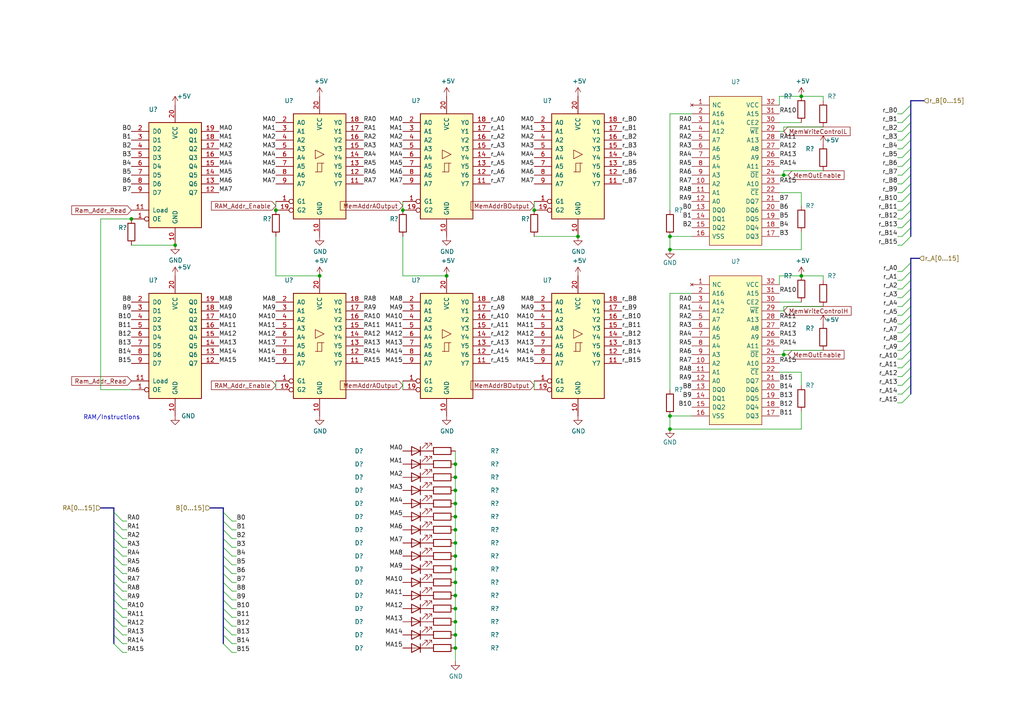
<source format=kicad_sch>
(kicad_sch (version 20211123) (generator eeschema)
  (paper "A4")
  (lib_symbols
    (symbol "74xx:74LS541" (pin_names (offset 1.016))
      (property "Reference" "U" (at -7.62 16.51 0))
      (property "Value" "74LS541" (at -7.62 -16.51 0))
      (symbol "74LS541_1_0"
        (polyline (pts (xy -0.635 -1.6002) (xy -0.635 0.9398) (xy 0.635 0.9398)))
        (polyline (pts (xy -1.27 -1.6002) (xy 0.635 -1.6002) (xy 0.635 0.9398) (xy 1.27 0.9398)))
        (polyline (pts (xy 1.27 3.4798) (xy -1.27 4.7498) (xy -1.27 2.2098) (xy 1.27 3.4798)) (stroke (width 0.1524)))
        (pin input inverted (at -12.7 -10.16 0) (length 5.08) (name "G1") (number "1"))
        (pin power_in line (at 0 -20.32 90) (length 5.08) (name "GND") (number "10"))
        (pin tri_state line (at 12.7 -5.08 180) (length 5.08) (name "Y7") (number "11"))
        (pin tri_state line (at 12.7 -2.54 180) (length 5.08) (name "Y6") (number "12"))
        (pin tri_state line (at 12.7 0 180) (length 5.08) (name "Y5") (number "13"))
        (pin tri_state line (at 12.7 2.54 180) (length 5.08) (name "Y4") (number "14"))
        (pin tri_state line (at 12.7 5.08 180) (length 5.08) (name "Y3") (number "15"))
        (pin tri_state line (at 12.7 7.62 180) (length 5.08) (name "Y2") (number "16"))
        (pin tri_state line (at 12.7 10.16 180) (length 5.08) (name "Y1") (number "17"))
        (pin tri_state line (at 12.7 12.7 180) (length 5.08) (name "Y0") (number "18"))
        (pin input inverted (at -12.7 -12.7 0) (length 5.08) (name "G2") (number "19"))
        (pin input line (at -12.7 12.7 0) (length 5.08) (name "A0") (number "2"))
        (pin power_in line (at 0 20.32 270) (length 5.08) (name "VCC") (number "20"))
        (pin input line (at -12.7 10.16 0) (length 5.08) (name "A1") (number "3"))
        (pin input line (at -12.7 7.62 0) (length 5.08) (name "A2") (number "4"))
        (pin input line (at -12.7 5.08 0) (length 5.08) (name "A3") (number "5"))
        (pin input line (at -12.7 2.54 0) (length 5.08) (name "A4") (number "6"))
        (pin input line (at -12.7 0 0) (length 5.08) (name "A5") (number "7"))
        (pin input line (at -12.7 -2.54 0) (length 5.08) (name "A6") (number "8"))
        (pin input line (at -12.7 -5.08 0) (length 5.08) (name "A7") (number "9"))
      )
      (symbol "74LS541_1_1"
        (rectangle (start -7.62 15.24) (end 7.62 -15.24) (stroke (width 0.254)) (fill (type background)))
      )
    )
    (symbol "Device:LED" (pin_numbers hide) (pin_names (offset 1.016) hide)
      (property "Reference" "D" (at 0 2.54 0))
      (property "Value" "LED" (at 0 -2.54 0))
      (symbol "LED_0_1"
        (polyline (pts (xy -1.27 -1.27) (xy -1.27 1.27)) (stroke (width 0.254)))
        (polyline (pts (xy -1.27 0) (xy 1.27 0)))
        (polyline (pts (xy 1.27 -1.27) (xy 1.27 1.27) (xy -1.27 0) (xy 1.27 -1.27)) (stroke (width 0.254)))
        (polyline (pts (xy -3.048 -0.762) (xy -4.572 -2.286) (xy -3.81 -2.286) (xy -4.572 -2.286) (xy -4.572 -1.524)))
        (polyline (pts (xy -1.778 -0.762) (xy -3.302 -2.286) (xy -2.54 -2.286) (xy -3.302 -2.286) (xy -3.302 -1.524)))
      )
      (symbol "LED_1_1"
        (pin passive line (at -3.81 0 0) (length 2.54) (name "K") (number "1"))
        (pin passive line (at 3.81 0 180) (length 2.54) (name "A") (number "2"))
      )
    )
    (symbol "Device:R" (pin_numbers hide) (pin_names (offset 0))
      (property "Reference" "R" (at 2.032 0 90))
      (property "Value" "R" (at 0 0 90))
      (symbol "R_0_1"
        (rectangle (start -1.016 -2.54) (end 1.016 2.54) (stroke (width 0.254)))
      )
      (symbol "R_1_1"
        (pin passive line (at 0 3.81 270) (length 1.27) (name "~") (number "1"))
        (pin passive line (at 0 -3.81 90) (length 1.27) (name "~") (number "2"))
      )
    )
    (symbol "MAX7000CPU-Gen2_5-rescue:+5V-power-MAX7000CPU-Gen2-rescue" (power) (pin_names (offset 0))
      (property "Value" "+5V-power-MAX7000CPU-Gen2-rescue" (at 0 3.556 0))
      (symbol "+5V-power-MAX7000CPU-Gen2-rescue_0_1"
        (polyline (pts (xy -0.762 1.27) (xy 0 2.54)))
        (polyline (pts (xy 0 0) (xy 0 2.54)))
        (polyline (pts (xy 0 2.54) (xy 0.762 1.27)))
      )
      (symbol "+5V-power-MAX7000CPU-Gen2-rescue_1_1"
        (pin power_in line (at 0 0 90) (length 0) hide (name "+5V") (number "1"))
      )
    )
    (symbol "MAX7000CPU-Gen2_5-rescue:74LS573-74xx-MAX7000CPU-Gen2-rescue" (pin_names (offset 1.016))
      (property "Reference" "U" (at -7.62 16.51 0))
      (property "Value" "74LS573-74xx-MAX7000CPU-Gen2-rescue" (at -7.62 -16.51 0))
      (symbol "74LS573-74xx-MAX7000CPU-Gen2-rescue_1_0"
        (pin input inverted (at -12.7 -12.7 0) (length 5.08) (name "OE") (number "1"))
        (pin power_in line (at 0 -20.32 90) (length 5.08) (name "GND") (number "10"))
        (pin input line (at -12.7 -10.16 0) (length 5.08) (name "Load") (number "11"))
        (pin tri_state line (at 12.7 -5.08 180) (length 5.08) (name "Q7") (number "12"))
        (pin tri_state line (at 12.7 -2.54 180) (length 5.08) (name "Q6") (number "13"))
        (pin tri_state line (at 12.7 0 180) (length 5.08) (name "Q5") (number "14"))
        (pin tri_state line (at 12.7 2.54 180) (length 5.08) (name "Q4") (number "15"))
        (pin tri_state line (at 12.7 5.08 180) (length 5.08) (name "Q3") (number "16"))
        (pin tri_state line (at 12.7 7.62 180) (length 5.08) (name "Q2") (number "17"))
        (pin tri_state line (at 12.7 10.16 180) (length 5.08) (name "Q1") (number "18"))
        (pin tri_state line (at 12.7 12.7 180) (length 5.08) (name "Q0") (number "19"))
        (pin input line (at -12.7 12.7 0) (length 5.08) (name "D0") (number "2"))
        (pin power_in line (at 0 20.32 270) (length 5.08) (name "VCC") (number "20"))
        (pin input line (at -12.7 10.16 0) (length 5.08) (name "D1") (number "3"))
        (pin input line (at -12.7 7.62 0) (length 5.08) (name "D2") (number "4"))
        (pin input line (at -12.7 5.08 0) (length 5.08) (name "D3") (number "5"))
        (pin input line (at -12.7 2.54 0) (length 5.08) (name "D4") (number "6"))
        (pin input line (at -12.7 0 0) (length 5.08) (name "D5") (number "7"))
        (pin input line (at -12.7 -2.54 0) (length 5.08) (name "D6") (number "8"))
        (pin input line (at -12.7 -5.08 0) (length 5.08) (name "D7") (number "9"))
      )
      (symbol "74LS573-74xx-MAX7000CPU-Gen2-rescue_1_1"
        (rectangle (start -7.62 15.24) (end 7.62 -15.24) (stroke (width 0.254)) (fill (type background)))
      )
    )
    (symbol "MAX7000CPU-Gen2_5-rescue:AS6C1008-55PCN-CPU_ics" (pin_names (offset 0.762))
      (property "Reference" "U" (at 6.35 6.35 0))
      (property "Value" "AS6C1008-55PCN-CPU_ics" (at 6.35 3.81 0))
      (symbol "AS6C1008-55PCN-CPU_ics_0_0"
        (pin no_connect line (at 0 0 0) (length 5.08) (name "NC") (number "1"))
        (pin passive line (at 0 -22.86 0) (length 5.08) (name "A2") (number "10"))
        (pin passive line (at 0 -25.4 0) (length 5.08) (name "A1") (number "11"))
        (pin passive line (at 0 -27.94 0) (length 5.08) (name "A0") (number "12"))
        (pin passive line (at 0 -30.48 0) (length 5.08) (name "DQ0") (number "13"))
        (pin passive line (at 0 -33.02 0) (length 5.08) (name "DQ1") (number "14"))
        (pin passive line (at 0 -35.56 0) (length 5.08) (name "DQ2") (number "15"))
        (pin passive line (at 0 -38.1 0) (length 5.08) (name "VSS") (number "16"))
        (pin passive line (at 25.4 -38.1 180) (length 5.08) (name "DQ3") (number "17"))
        (pin passive line (at 25.4 -35.56 180) (length 5.08) (name "DQ4") (number "18"))
        (pin passive line (at 25.4 -33.02 180) (length 5.08) (name "DQ5") (number "19"))
        (pin passive line (at 0 -2.54 0) (length 5.08) (name "A16") (number "2"))
        (pin passive line (at 25.4 -30.48 180) (length 5.08) (name "DQ6") (number "20"))
        (pin passive line (at 25.4 -27.94 180) (length 5.08) (name "DQ7") (number "21"))
        (pin passive line (at 25.4 -25.4 180) (length 5.08) (name "~{CE}") (number "22"))
        (pin passive line (at 25.4 -22.86 180) (length 5.08) (name "A10") (number "23"))
        (pin passive line (at 25.4 -20.32 180) (length 5.08) (name "~{OE}") (number "24"))
        (pin passive line (at 25.4 -17.78 180) (length 5.08) (name "A11") (number "25"))
        (pin passive line (at 25.4 -15.24 180) (length 5.08) (name "A9") (number "26"))
        (pin passive line (at 25.4 -12.7 180) (length 5.08) (name "A8") (number "27"))
        (pin passive line (at 25.4 -10.16 180) (length 5.08) (name "A13") (number "28"))
        (pin passive line (at 25.4 -7.62 180) (length 5.08) (name "~{WE}") (number "29"))
        (pin passive line (at 0 -5.08 0) (length 5.08) (name "A14") (number "3"))
        (pin passive line (at 25.4 -5.08 180) (length 5.08) (name "CE2") (number "30"))
        (pin passive line (at 25.4 -2.54 180) (length 5.08) (name "A15") (number "31"))
        (pin passive line (at 25.4 0 180) (length 5.08) (name "VCC") (number "32"))
        (pin passive line (at 0 -7.62 0) (length 5.08) (name "A12") (number "4"))
        (pin passive line (at 0 -10.16 0) (length 5.08) (name "A7") (number "5"))
        (pin passive line (at 0 -12.7 0) (length 5.08) (name "A6") (number "6"))
        (pin passive line (at 0 -15.24 0) (length 5.08) (name "A5") (number "7"))
        (pin passive line (at 0 -17.78 0) (length 5.08) (name "A4") (number "8"))
        (pin passive line (at 0 -20.32 0) (length 5.08) (name "A3") (number "9"))
      )
      (symbol "AS6C1008-55PCN-CPU_ics_0_1"
        (polyline (pts (xy 5.08 2.54) (xy 20.32 2.54) (xy 20.32 -40.64) (xy 5.08 -40.64) (xy 5.08 2.54)) (stroke (width 0.1524)) (fill (type background)))
      )
    )
    (symbol "MAX7000CPU-Gen2_5-rescue:GND-power-MAX7000CPU-Gen2-rescue" (power) (pin_names (offset 0))
      (property "Value" "GND-power-MAX7000CPU-Gen2-rescue" (at 0 -3.81 0))
      (symbol "GND-power-MAX7000CPU-Gen2-rescue_0_1"
        (polyline (pts (xy 0 0) (xy 0 -1.27) (xy 1.27 -1.27) (xy 0 -2.54) (xy -1.27 -1.27) (xy 0 -1.27)))
      )
      (symbol "GND-power-MAX7000CPU-Gen2-rescue_1_1"
        (pin power_in line (at 0 0 270) (length 0) hide (name "GND") (number "1"))
      )
    )
    (symbol "MAX7000CPU-Gen2_5-rescue:R-Device-MAX7000CPU-Gen2-rescue" (pin_numbers hide) (pin_names (offset 0))
      (property "Reference" "R" (at 2.032 0 90))
      (property "Value" "R-Device-MAX7000CPU-Gen2-rescue" (at 0 0 90))
      (symbol "R-Device-MAX7000CPU-Gen2-rescue_0_1"
        (rectangle (start -1.016 -2.54) (end 1.016 2.54) (stroke (width 0.254)))
      )
      (symbol "R-Device-MAX7000CPU-Gen2-rescue_1_1"
        (pin passive line (at 0 3.81 270) (length 1.27) (name "~") (number "1"))
        (pin passive line (at 0 -3.81 90) (length 1.27) (name "~") (number "2"))
      )
    )
    (symbol "power:+5V" (power) (pin_names (offset 0))
      (property "Value" "+5V" (at 0 3.556 0))
      (symbol "+5V_0_1"
        (polyline (pts (xy -0.762 1.27) (xy 0 2.54)))
        (polyline (pts (xy 0 0) (xy 0 2.54)))
        (polyline (pts (xy 0 2.54) (xy 0.762 1.27)))
      )
      (symbol "+5V_1_1"
        (pin power_in line (at 0 0 90) (length 0) hide (name "+5V") (number "1"))
      )
    )
    (symbol "power:GND" (power) (pin_names (offset 0))
      (property "Value" "GND" (at 0 -3.81 0))
      (symbol "GND_0_1"
        (polyline (pts (xy 0 0) (xy 0 -1.27) (xy 1.27 -1.27) (xy 0 -2.54) (xy -1.27 -1.27) (xy 0 -1.27)))
      )
      (symbol "GND_1_1"
        (pin power_in line (at 0 0 270) (length 0) hide (name "GND") (number "1"))
      )
    )
  )
  (junction (at 132.08 149.86))
  (junction (at 92.71 80.01))
  (junction (at 132.08 184.15))
  (junction (at 227.33 102.87))
  (junction (at 132.08 176.53))
  (junction (at 132.08 172.72))
  (junction (at 132.08 146.05))
  (junction (at 132.08 142.24))
  (junction (at 132.08 168.91))
  (junction (at 129.54 80.01))
  (junction (at 132.08 180.34))
  (junction (at 50.8 71.12))
  (junction (at 194.31 68.58))
  (junction (at 227.33 50.8))
  (junction (at 132.08 157.48))
  (junction (at 116.84 60.96))
  (junction (at 132.08 153.67))
  (junction (at 167.64 68.58))
  (junction (at 232.41 27.94))
  (junction (at 154.94 60.96))
  (junction (at 232.41 80.01))
  (junction (at 132.08 161.29))
  (junction (at 132.08 187.96))
  (junction (at 194.31 124.46))
  (junction (at 132.08 138.43))
  (junction (at 194.31 72.39))
  (junction (at 80.01 60.96))
  (junction (at 194.31 120.65))
  (junction (at 132.08 165.1))
  (junction (at 38.1 63.5))
  (junction (at 132.08 134.62))
  (bus_entry (at 264.16 78.74) (size -2.54 2.54))
  (bus_entry (at 264.16 99.06) (size -2.54 2.54))
  (bus_entry (at 64.77 163.83) (size 2.54 2.54))
  (bus_entry (at 264.16 60.96) (size -2.54 2.54))
  (bus_entry (at 64.77 158.75) (size 2.54 2.54))
  (bus_entry (at 264.16 66.04) (size -2.54 2.54))
  (bus_entry (at 264.16 96.52) (size -2.54 2.54))
  (bus_entry (at 264.16 45.72) (size -2.54 2.54))
  (bus_entry (at 64.77 184.15) (size 2.54 2.54))
  (bus_entry (at 264.16 33.02) (size -2.54 2.54))
  (bus_entry (at 264.16 81.28) (size -2.54 2.54))
  (bus_entry (at 264.16 68.58) (size -2.54 2.54))
  (bus_entry (at 33.02 176.53) (size 2.54 2.54))
  (bus_entry (at 33.02 179.07) (size 2.54 2.54))
  (bus_entry (at 64.77 186.69) (size 2.54 2.54))
  (bus_entry (at 33.02 171.45) (size 2.54 2.54))
  (bus_entry (at 64.77 161.29) (size 2.54 2.54))
  (bus_entry (at 33.02 153.67) (size 2.54 2.54))
  (bus_entry (at 64.77 166.37) (size 2.54 2.54))
  (bus_entry (at 33.02 173.99) (size 2.54 2.54))
  (bus_entry (at 33.02 168.91) (size 2.54 2.54))
  (bus_entry (at 264.16 109.22) (size -2.54 2.54))
  (bus_entry (at 264.16 76.2) (size -2.54 2.54))
  (bus_entry (at 33.02 184.15) (size 2.54 2.54))
  (bus_entry (at 264.16 35.56) (size -2.54 2.54))
  (bus_entry (at 33.02 163.83) (size 2.54 2.54))
  (bus_entry (at 264.16 106.68) (size -2.54 2.54))
  (bus_entry (at 264.16 48.26) (size -2.54 2.54))
  (bus_entry (at 264.16 86.36) (size -2.54 2.54))
  (bus_entry (at 64.77 173.99) (size 2.54 2.54))
  (bus_entry (at 264.16 114.3) (size -2.54 2.54))
  (bus_entry (at 264.16 104.14) (size -2.54 2.54))
  (bus_entry (at 264.16 93.98) (size -2.54 2.54))
  (bus_entry (at 64.77 179.07) (size 2.54 2.54))
  (bus_entry (at 33.02 151.13) (size 2.54 2.54))
  (bus_entry (at 264.16 111.76) (size -2.54 2.54))
  (bus_entry (at 33.02 156.21) (size 2.54 2.54))
  (bus_entry (at 64.77 171.45) (size 2.54 2.54))
  (bus_entry (at 64.77 176.53) (size 2.54 2.54))
  (bus_entry (at 64.77 148.59) (size 2.54 2.54))
  (bus_entry (at 64.77 156.21) (size 2.54 2.54))
  (bus_entry (at 264.16 43.18) (size -2.54 2.54))
  (bus_entry (at 33.02 186.69) (size 2.54 2.54))
  (bus_entry (at 264.16 55.88) (size -2.54 2.54))
  (bus_entry (at 264.16 30.48) (size -2.54 2.54))
  (bus_entry (at 264.16 101.6) (size -2.54 2.54))
  (bus_entry (at 64.77 153.67) (size 2.54 2.54))
  (bus_entry (at 33.02 161.29) (size 2.54 2.54))
  (bus_entry (at 264.16 88.9) (size -2.54 2.54))
  (bus_entry (at 264.16 83.82) (size -2.54 2.54))
  (bus_entry (at 264.16 91.44) (size -2.54 2.54))
  (bus_entry (at 264.16 40.64) (size -2.54 2.54))
  (bus_entry (at 264.16 38.1) (size -2.54 2.54))
  (bus_entry (at 264.16 53.34) (size -2.54 2.54))
  (bus_entry (at 264.16 63.5) (size -2.54 2.54))
  (bus_entry (at 33.02 158.75) (size 2.54 2.54))
  (bus_entry (at 264.16 58.42) (size -2.54 2.54))
  (bus_entry (at 33.02 148.59) (size 2.54 2.54))
  (bus_entry (at 33.02 181.61) (size 2.54 2.54))
  (bus_entry (at 64.77 168.91) (size 2.54 2.54))
  (bus_entry (at 33.02 166.37) (size 2.54 2.54))
  (bus_entry (at 64.77 181.61) (size 2.54 2.54))
  (bus_entry (at 264.16 50.8) (size -2.54 2.54))
  (bus_entry (at 64.77 151.13) (size 2.54 2.54))
  (bus (pts (xy 264.16 63.5) (xy 264.16 66.04)))
  (bus (pts (xy 264.16 30.48) (xy 264.16 33.02)))
  (wire (pts (xy 29.21 113.03) (xy 38.1 113.03)))
  (wire (pts (xy 132.08 172.72) (xy 132.08 176.53)))
  (wire (pts (xy 35.56 171.45) (xy 36.83 171.45)))
  (wire (pts (xy 132.08 161.29) (xy 132.08 165.1)))
  (wire (pts (xy 38.1 63.5) (xy 29.21 63.5)))
  (wire (pts (xy 200.66 120.65) (xy 194.31 120.65)))
  (wire (pts (xy 232.41 72.39) (xy 194.31 72.39)))
  (bus (pts (xy 33.02 153.67) (xy 33.02 156.21)))
  (wire (pts (xy 154.94 110.49) (xy 154.94 113.03)))
  (wire (pts (xy 261.62 83.82) (xy 260.35 83.82)))
  (wire (pts (xy 194.31 72.39) (xy 194.31 68.58)))
  (wire (pts (xy 227.33 101.6) (xy 238.76 101.6)))
  (wire (pts (xy 35.56 168.91) (xy 36.83 168.91)))
  (wire (pts (xy 232.41 107.95) (xy 226.06 107.95)))
  (wire (pts (xy 67.31 171.45) (xy 68.58 171.45)))
  (wire (pts (xy 67.31 156.21) (xy 68.58 156.21)))
  (wire (pts (xy 226.06 87.63) (xy 232.41 87.63)))
  (bus (pts (xy 60.96 147.32) (xy 64.77 147.32)))
  (wire (pts (xy 132.08 168.91) (xy 132.08 172.72)))
  (wire (pts (xy 226.06 82.55) (xy 226.06 80.01)))
  (wire (pts (xy 67.31 176.53) (xy 68.58 176.53)))
  (bus (pts (xy 64.77 181.61) (xy 64.77 184.15)))
  (wire (pts (xy 132.08 153.67) (xy 132.08 157.48)))
  (bus (pts (xy 33.02 171.45) (xy 33.02 173.99)))
  (wire (pts (xy 35.56 163.83) (xy 36.83 163.83)))
  (wire (pts (xy 238.76 29.21) (xy 238.76 27.94)))
  (bus (pts (xy 64.77 148.59) (xy 64.77 151.13)))
  (wire (pts (xy 261.62 68.58) (xy 260.35 68.58)))
  (bus (pts (xy 264.16 78.74) (xy 264.16 81.28)))
  (wire (pts (xy 80.01 68.58) (xy 80.01 80.01)))
  (wire (pts (xy 261.62 109.22) (xy 260.35 109.22)))
  (bus (pts (xy 264.16 29.21) (xy 264.16 30.48)))
  (wire (pts (xy 38.1 71.12) (xy 50.8 71.12)))
  (bus (pts (xy 264.16 88.9) (xy 264.16 91.44)))
  (wire (pts (xy 80.01 58.42) (xy 80.01 60.96)))
  (wire (pts (xy 35.56 153.67) (xy 36.83 153.67)))
  (wire (pts (xy 116.84 110.49) (xy 116.84 113.03)))
  (bus (pts (xy 29.21 147.32) (xy 33.02 147.32)))
  (bus (pts (xy 264.16 74.93) (xy 266.7 74.93)))
  (wire (pts (xy 35.56 184.15) (xy 36.83 184.15)))
  (wire (pts (xy 132.08 146.05) (xy 132.08 149.86)))
  (wire (pts (xy 227.33 50.8) (xy 228.6 50.8)))
  (wire (pts (xy 35.56 181.61) (xy 36.83 181.61)))
  (wire (pts (xy 261.62 114.3) (xy 260.35 114.3)))
  (wire (pts (xy 261.62 38.1) (xy 260.35 38.1)))
  (wire (pts (xy 35.56 189.23) (xy 36.83 189.23)))
  (wire (pts (xy 132.08 176.53) (xy 132.08 180.34)))
  (bus (pts (xy 264.16 101.6) (xy 264.16 104.14)))
  (bus (pts (xy 64.77 163.83) (xy 64.77 166.37)))
  (wire (pts (xy 226.06 38.1) (xy 227.33 38.1)))
  (wire (pts (xy 261.62 33.02) (xy 260.35 33.02)))
  (bus (pts (xy 64.77 166.37) (xy 64.77 168.91)))
  (wire (pts (xy 226.06 35.56) (xy 232.41 35.56)))
  (bus (pts (xy 33.02 184.15) (xy 33.02 186.69)))
  (wire (pts (xy 67.31 173.99) (xy 68.58 173.99)))
  (wire (pts (xy 80.01 110.49) (xy 80.01 113.03)))
  (wire (pts (xy 35.56 161.29) (xy 36.83 161.29)))
  (bus (pts (xy 64.77 179.07) (xy 64.77 181.61)))
  (wire (pts (xy 261.62 104.14) (xy 260.35 104.14)))
  (bus (pts (xy 64.77 153.67) (xy 64.77 156.21)))
  (wire (pts (xy 261.62 86.36) (xy 260.35 86.36)))
  (wire (pts (xy 238.76 80.01) (xy 232.41 80.01)))
  (wire (pts (xy 226.06 90.17) (xy 227.33 90.17)))
  (wire (pts (xy 132.08 165.1) (xy 132.08 168.91)))
  (bus (pts (xy 33.02 151.13) (xy 33.02 153.67)))
  (wire (pts (xy 261.62 43.18) (xy 260.35 43.18)))
  (bus (pts (xy 64.77 156.21) (xy 64.77 158.75)))
  (wire (pts (xy 67.31 179.07) (xy 68.58 179.07)))
  (wire (pts (xy 261.62 111.76) (xy 260.35 111.76)))
  (wire (pts (xy 227.33 38.1) (xy 227.33 36.83)))
  (wire (pts (xy 261.62 40.64) (xy 260.35 40.64)))
  (wire (pts (xy 35.56 186.69) (xy 36.83 186.69)))
  (bus (pts (xy 264.16 109.22) (xy 264.16 111.76)))
  (bus (pts (xy 264.16 96.52) (xy 264.16 99.06)))
  (wire (pts (xy 232.41 119.38) (xy 232.41 124.46)))
  (wire (pts (xy 226.06 30.48) (xy 226.06 27.94)))
  (wire (pts (xy 132.08 184.15) (xy 132.08 187.96)))
  (wire (pts (xy 227.33 102.87) (xy 227.33 101.6)))
  (bus (pts (xy 264.16 99.06) (xy 264.16 101.6)))
  (wire (pts (xy 261.62 106.68) (xy 260.35 106.68)))
  (bus (pts (xy 64.77 158.75) (xy 64.77 161.29)))
  (bus (pts (xy 33.02 163.83) (xy 33.02 166.37)))
  (wire (pts (xy 261.62 78.74) (xy 260.35 78.74)))
  (bus (pts (xy 33.02 179.07) (xy 33.02 181.61)))
  (wire (pts (xy 261.62 50.8) (xy 260.35 50.8)))
  (bus (pts (xy 64.77 147.32) (xy 64.77 148.59)))
  (wire (pts (xy 232.41 55.88) (xy 232.41 59.69)))
  (bus (pts (xy 33.02 148.59) (xy 33.02 151.13)))
  (wire (pts (xy 261.62 45.72) (xy 260.35 45.72)))
  (wire (pts (xy 67.31 158.75) (xy 68.58 158.75)))
  (bus (pts (xy 264.16 104.14) (xy 264.16 106.68)))
  (bus (pts (xy 64.77 161.29) (xy 64.77 163.83)))
  (wire (pts (xy 226.06 50.8) (xy 227.33 50.8)))
  (wire (pts (xy 261.62 116.84) (xy 260.35 116.84)))
  (bus (pts (xy 267.97 29.21) (xy 264.16 29.21)))
  (bus (pts (xy 64.77 176.53) (xy 64.77 179.07)))
  (wire (pts (xy 232.41 67.31) (xy 232.41 72.39)))
  (wire (pts (xy 35.56 173.99) (xy 36.83 173.99)))
  (wire (pts (xy 116.84 80.01) (xy 129.54 80.01)))
  (bus (pts (xy 264.16 111.76) (xy 264.16 114.3)))
  (wire (pts (xy 67.31 151.13) (xy 68.58 151.13)))
  (wire (pts (xy 132.08 157.48) (xy 132.08 161.29)))
  (wire (pts (xy 194.31 85.09) (xy 194.31 113.03)))
  (wire (pts (xy 116.84 68.58) (xy 116.84 80.01)))
  (bus (pts (xy 264.16 66.04) (xy 264.16 68.58)))
  (wire (pts (xy 227.33 88.9) (xy 238.76 88.9)))
  (wire (pts (xy 67.31 168.91) (xy 68.58 168.91)))
  (bus (pts (xy 264.16 45.72) (xy 264.16 48.26)))
  (bus (pts (xy 264.16 58.42) (xy 264.16 60.96)))
  (wire (pts (xy 238.76 27.94) (xy 232.41 27.94)))
  (wire (pts (xy 227.33 36.83) (xy 238.76 36.83)))
  (bus (pts (xy 264.16 93.98) (xy 264.16 96.52)))
  (wire (pts (xy 67.31 181.61) (xy 68.58 181.61)))
  (bus (pts (xy 33.02 173.99) (xy 33.02 176.53)))
  (wire (pts (xy 232.41 55.88) (xy 226.06 55.88)))
  (bus (pts (xy 264.16 86.36) (xy 264.16 88.9)))
  (wire (pts (xy 154.94 68.58) (xy 167.64 68.58)))
  (bus (pts (xy 264.16 55.88) (xy 264.16 58.42)))
  (wire (pts (xy 67.31 161.29) (xy 68.58 161.29)))
  (bus (pts (xy 264.16 60.96) (xy 264.16 63.5)))
  (bus (pts (xy 64.77 173.99) (xy 64.77 176.53)))
  (wire (pts (xy 261.62 81.28) (xy 260.35 81.28)))
  (wire (pts (xy 227.33 50.8) (xy 227.33 49.53)))
  (bus (pts (xy 33.02 166.37) (xy 33.02 168.91)))
  (wire (pts (xy 261.62 35.56) (xy 260.35 35.56)))
  (wire (pts (xy 116.84 58.42) (xy 116.84 60.96)))
  (wire (pts (xy 67.31 166.37) (xy 68.58 166.37)))
  (wire (pts (xy 261.62 91.44) (xy 260.35 91.44)))
  (bus (pts (xy 33.02 176.53) (xy 33.02 179.07)))
  (wire (pts (xy 132.08 134.62) (xy 132.08 138.43)))
  (wire (pts (xy 227.33 90.17) (xy 227.33 88.9)))
  (bus (pts (xy 264.16 83.82) (xy 264.16 86.36)))
  (wire (pts (xy 261.62 63.5) (xy 260.35 63.5)))
  (wire (pts (xy 80.01 80.01) (xy 92.71 80.01)))
  (bus (pts (xy 264.16 43.18) (xy 264.16 45.72)))
  (bus (pts (xy 33.02 156.21) (xy 33.02 158.75)))
  (wire (pts (xy 261.62 99.06) (xy 260.35 99.06)))
  (bus (pts (xy 264.16 81.28) (xy 264.16 83.82)))
  (wire (pts (xy 261.62 66.04) (xy 260.35 66.04)))
  (bus (pts (xy 264.16 53.34) (xy 264.16 55.88)))
  (wire (pts (xy 194.31 33.02) (xy 200.66 33.02)))
  (bus (pts (xy 264.16 76.2) (xy 264.16 78.74)))
  (bus (pts (xy 33.02 158.75) (xy 33.02 161.29)))
  (wire (pts (xy 67.31 189.23) (xy 68.58 189.23)))
  (wire (pts (xy 194.31 33.02) (xy 194.31 60.96)))
  (wire (pts (xy 232.41 107.95) (xy 232.41 111.76)))
  (wire (pts (xy 238.76 81.28) (xy 238.76 80.01)))
  (bus (pts (xy 64.77 184.15) (xy 64.77 186.69)))
  (wire (pts (xy 226.06 102.87) (xy 227.33 102.87)))
  (wire (pts (xy 227.33 49.53) (xy 238.76 49.53)))
  (wire (pts (xy 132.08 187.96) (xy 132.08 191.77)))
  (wire (pts (xy 35.56 158.75) (xy 36.83 158.75)))
  (bus (pts (xy 264.16 106.68) (xy 264.16 109.22)))
  (wire (pts (xy 226.06 80.01) (xy 232.41 80.01)))
  (bus (pts (xy 33.02 161.29) (xy 33.02 163.83)))
  (wire (pts (xy 132.08 180.34) (xy 132.08 184.15)))
  (wire (pts (xy 67.31 184.15) (xy 68.58 184.15)))
  (wire (pts (xy 67.31 153.67) (xy 68.58 153.67)))
  (wire (pts (xy 261.62 55.88) (xy 260.35 55.88)))
  (wire (pts (xy 29.21 63.5) (xy 29.21 113.03)))
  (wire (pts (xy 261.62 101.6) (xy 260.35 101.6)))
  (wire (pts (xy 227.33 102.87) (xy 228.6 102.87)))
  (wire (pts (xy 261.62 58.42) (xy 260.35 58.42)))
  (wire (pts (xy 261.62 53.34) (xy 260.35 53.34)))
  (wire (pts (xy 261.62 96.52) (xy 260.35 96.52)))
  (wire (pts (xy 232.41 124.46) (xy 194.31 124.46)))
  (bus (pts (xy 33.02 181.61) (xy 33.02 184.15)))
  (wire (pts (xy 67.31 186.69) (xy 68.58 186.69)))
  (wire (pts (xy 226.06 27.94) (xy 232.41 27.94)))
  (wire (pts (xy 35.56 156.21) (xy 36.83 156.21)))
  (bus (pts (xy 264.16 48.26) (xy 264.16 50.8)))
  (bus (pts (xy 264.16 74.93) (xy 264.16 76.2)))
  (bus (pts (xy 264.16 35.56) (xy 264.16 38.1)))
  (wire (pts (xy 132.08 138.43) (xy 132.08 142.24)))
  (wire (pts (xy 261.62 48.26) (xy 260.35 48.26)))
  (wire (pts (xy 132.08 142.24) (xy 132.08 146.05)))
  (bus (pts (xy 33.02 147.32) (xy 33.02 148.59)))
  (wire (pts (xy 200.66 68.58) (xy 194.31 68.58)))
  (bus (pts (xy 64.77 171.45) (xy 64.77 173.99)))
  (bus (pts (xy 64.77 168.91) (xy 64.77 171.45)))
  (wire (pts (xy 132.08 149.86) (xy 132.08 153.67)))
  (wire (pts (xy 132.08 130.81) (xy 132.08 134.62)))
  (wire (pts (xy 35.56 166.37) (xy 36.83 166.37)))
  (wire (pts (xy 194.31 124.46) (xy 194.31 120.65)))
  (wire (pts (xy 35.56 176.53) (xy 36.83 176.53)))
  (bus (pts (xy 264.16 91.44) (xy 264.16 93.98)))
  (wire (pts (xy 194.31 85.09) (xy 200.66 85.09)))
  (bus (pts (xy 264.16 33.02) (xy 264.16 35.56)))
  (wire (pts (xy 261.62 60.96) (xy 260.35 60.96)))
  (wire (pts (xy 261.62 71.12) (xy 260.35 71.12)))
  (bus (pts (xy 264.16 40.64) (xy 264.16 43.18)))
  (bus (pts (xy 64.77 151.13) (xy 64.77 153.67)))
  (bus (pts (xy 264.16 38.1) (xy 264.16 40.64)))
  (wire (pts (xy 261.62 93.98) (xy 260.35 93.98)))
  (wire (pts (xy 154.94 58.42) (xy 154.94 60.96)))
  (wire (pts (xy 261.62 88.9) (xy 260.35 88.9)))
  (wire (pts (xy 67.31 163.83) (xy 68.58 163.83)))
  (wire (pts (xy 35.56 151.13) (xy 36.83 151.13)))
  (wire (pts (xy 35.56 179.07) (xy 36.83 179.07)))
  (bus (pts (xy 264.16 50.8) (xy 264.16 53.34)))
  (bus (pts (xy 33.02 168.91) (xy 33.02 171.45)))
  (text "RAM/Instructions" (at 24.13 121.92 0) (effects (font (size 1.27 1.27)) (justify left bottom)))
  (label "MA14" (at 63.5 102.87 0))
  (label "RA15" (at 226.06 53.34 0))
  (label "r_B11" (at 260.35 60.96 180))
  (label "RA2" (at 200.66 92.71 180))
  (label "MA10" (at 80.01 92.71 180))
  (label "r_A13" (at 260.35 111.76 180))
  (label "MA6" (at 80.01 50.8 180))
  (label "RA9" (at 36.83 173.99 0))
  (label "MA7" (at 154.94 53.34 180))
  (label "MA13" (at 116.84 100.33 180))
  (label "B0" (at 38.1 38.1 180))
  (label "MA9" (at 154.94 90.17 180))
  (label "RA5" (at 200.66 100.33 180))
  (label "RA11" (at 226.06 40.64 0))
  (label "MA8" (at 116.84 87.63 180))
  (label "B14" (at 38.1 102.87 180))
  (label "MA6" (at 154.94 50.8 180))
  (label "B11" (at 38.1 95.25 180))
  (label "RA13" (at 226.06 97.79 0))
  (label "RA4" (at 36.83 161.29 0))
  (label "RA12" (at 226.06 43.18 0))
  (label "RA3" (at 105.41 43.18 0))
  (label "RA9" (at 200.66 58.42 180))
  (label "MA9" (at 80.01 90.17 180))
  (label "MA7" (at 80.01 53.34 180))
  (label "r_A7" (at 142.24 53.34 0))
  (label "B12" (at 38.1 97.79 180))
  (label "r_A8" (at 260.35 99.06 180))
  (label "MA8" (at 80.01 87.63 180))
  (label "RA13" (at 226.06 45.72 0))
  (label "B14" (at 68.58 186.69 0))
  (label "B12" (at 226.06 118.11 0))
  (label "MA12" (at 116.84 176.53 180))
  (label "MA14" (at 154.94 102.87 180))
  (label "MA7" (at 116.84 53.34 180))
  (label "MA11" (at 80.01 95.25 180))
  (label "r_A5" (at 260.35 91.44 180))
  (label "RA1" (at 36.83 153.67 0))
  (label "B10" (at 38.1 92.71 180))
  (label "r_B14" (at 180.34 102.87 0))
  (label "MA15" (at 154.94 105.41 180))
  (label "RA2" (at 105.41 40.64 0))
  (label "r_A12" (at 142.24 97.79 0))
  (label "B0" (at 200.66 60.96 180))
  (label "r_B14" (at 260.35 68.58 180))
  (label "MA6" (at 116.84 50.8 180))
  (label "B13" (at 38.1 100.33 180))
  (label "RA11" (at 105.41 95.25 0))
  (label "B3" (at 68.58 158.75 0))
  (label "r_A0" (at 260.35 78.74 180))
  (label "MA8" (at 116.84 161.29 180))
  (label "r_B15" (at 260.35 71.12 180))
  (label "RA0" (at 200.66 35.56 180))
  (label "RA0" (at 36.83 151.13 0))
  (label "MA13" (at 154.94 100.33 180))
  (label "RA4" (at 200.66 45.72 180))
  (label "r_B15" (at 180.34 105.41 0))
  (label "RA14" (at 36.83 186.69 0))
  (label "r_B4" (at 260.35 43.18 180))
  (label "MA12" (at 116.84 97.79 180))
  (label "B4" (at 38.1 48.26 180))
  (label "RA3" (at 36.83 158.75 0))
  (label "RA5" (at 105.41 48.26 0))
  (label "MA1" (at 116.84 38.1 180))
  (label "MA12" (at 80.01 97.79 180))
  (label "B12" (at 68.58 181.61 0))
  (label "r_A9" (at 142.24 90.17 0))
  (label "r_A14" (at 260.35 114.3 180))
  (label "r_A15" (at 260.35 116.84 180))
  (label "B9" (at 68.58 173.99 0))
  (label "RA6" (at 36.83 166.37 0))
  (label "r_B8" (at 180.34 87.63 0))
  (label "B1" (at 200.66 63.5 180))
  (label "B14" (at 226.06 113.03 0))
  (label "MA15" (at 63.5 105.41 0))
  (label "MA13" (at 116.84 180.34 180))
  (label "B6" (at 38.1 53.34 180))
  (label "MA7" (at 116.84 157.48 180))
  (label "r_B10" (at 260.35 58.42 180))
  (label "RA7" (at 36.83 168.91 0))
  (label "MA0" (at 80.01 35.56 180))
  (label "MA13" (at 63.5 100.33 0))
  (label "RA6" (at 200.66 50.8 180))
  (label "RA4" (at 200.66 97.79 180))
  (label "MA4" (at 63.5 48.26 0))
  (label "MA15" (at 80.01 105.41 180))
  (label "RA15" (at 105.41 105.41 0))
  (label "RA4" (at 105.41 45.72 0))
  (label "RA8" (at 200.66 55.88 180))
  (label "MA14" (at 116.84 184.15 180))
  (label "B3" (at 226.06 68.58 0))
  (label "B5" (at 226.06 63.5 0))
  (label "MA2" (at 63.5 43.18 0))
  (label "MA1" (at 63.5 40.64 0))
  (label "MA3" (at 63.5 45.72 0))
  (label "RA10" (at 105.41 92.71 0))
  (label "MA7" (at 63.5 55.88 0))
  (label "r_B2" (at 260.35 38.1 180))
  (label "MA0" (at 154.94 35.56 180))
  (label "r_B12" (at 180.34 97.79 0))
  (label "B4" (at 68.58 161.29 0))
  (label "RA13" (at 105.41 100.33 0))
  (label "r_B6" (at 260.35 48.26 180))
  (label "RA15" (at 36.83 189.23 0))
  (label "B15" (at 38.1 105.41 180))
  (label "B0" (at 68.58 151.13 0))
  (label "B1" (at 68.58 153.67 0))
  (label "B13" (at 68.58 184.15 0))
  (label "r_A4" (at 142.24 45.72 0))
  (label "RA13" (at 36.83 184.15 0))
  (label "B10" (at 68.58 176.53 0))
  (label "MA9" (at 116.84 165.1 180))
  (label "r_A0" (at 142.24 35.56 0))
  (label "B15" (at 68.58 189.23 0))
  (label "r_B5" (at 180.34 48.26 0))
  (label "r_A10" (at 260.35 104.14 180))
  (label "RA10" (at 226.06 85.09 0))
  (label "MA5" (at 80.01 48.26 180))
  (label "MA9" (at 116.84 90.17 180))
  (label "RA14" (at 105.41 102.87 0))
  (label "B9" (at 38.1 90.17 180))
  (label "r_B7" (at 180.34 53.34 0))
  (label "MA11" (at 116.84 172.72 180))
  (label "MA6" (at 63.5 53.34 0))
  (label "r_A5" (at 142.24 48.26 0))
  (label "r_A11" (at 260.35 106.68 180))
  (label "r_B3" (at 260.35 40.64 180))
  (label "r_A13" (at 142.24 100.33 0))
  (label "MA11" (at 116.84 95.25 180))
  (label "MA3" (at 116.84 43.18 180))
  (label "B8" (at 38.1 87.63 180))
  (label "B1" (at 38.1 40.64 180))
  (label "r_B10" (at 180.34 92.71 0))
  (label "B2" (at 200.66 66.04 180))
  (label "MA10" (at 154.94 92.71 180))
  (label "B11" (at 68.58 179.07 0))
  (label "B6" (at 68.58 166.37 0))
  (label "r_B0" (at 260.35 33.02 180))
  (label "MA2" (at 154.94 40.64 180))
  (label "r_B6" (at 180.34 50.8 0))
  (label "MA10" (at 63.5 92.71 0))
  (label "MA9" (at 63.5 90.17 0))
  (label "r_A7" (at 260.35 96.52 180))
  (label "RA12" (at 36.83 181.61 0))
  (label "r_A6" (at 260.35 93.98 180))
  (label "B7" (at 226.06 58.42 0))
  (label "r_B8" (at 260.35 53.34 180))
  (label "MA14" (at 80.01 102.87 180))
  (label "B9" (at 200.66 115.57 180))
  (label "MA4" (at 154.94 45.72 180))
  (label "B4" (at 226.06 66.04 0))
  (label "B6" (at 226.06 60.96 0))
  (label "r_B1" (at 180.34 38.1 0))
  (label "r_A1" (at 260.35 81.28 180))
  (label "MA11" (at 154.94 95.25 180))
  (label "RA1" (at 200.66 90.17 180))
  (label "MA2" (at 80.01 40.64 180))
  (label "r_A14" (at 142.24 102.87 0))
  (label "r_B3" (at 180.34 43.18 0))
  (label "MA4" (at 116.84 45.72 180))
  (label "r_A2" (at 260.35 83.82 180))
  (label "r_A3" (at 142.24 43.18 0))
  (label "MA4" (at 80.01 45.72 180))
  (label "RA7" (at 105.41 53.34 0))
  (label "r_B12" (at 260.35 63.5 180))
  (label "RA0" (at 105.41 35.56 0))
  (label "RA1" (at 105.41 38.1 0))
  (label "MA3" (at 154.94 43.18 180))
  (label "B8" (at 68.58 171.45 0))
  (label "MA5" (at 154.94 48.26 180))
  (label "r_A2" (at 142.24 40.64 0))
  (label "RA8" (at 105.41 87.63 0))
  (label "r_B5" (at 260.35 45.72 180))
  (label "r_B4" (at 180.34 45.72 0))
  (label "B13" (at 226.06 115.57 0))
  (label "B10" (at 200.66 118.11 180))
  (label "r_A6" (at 142.24 50.8 0))
  (label "B7" (at 38.1 55.88 180))
  (label "MA10" (at 116.84 92.71 180))
  (label "MA12" (at 154.94 97.79 180))
  (label "MA15" (at 116.84 105.41 180))
  (label "B5" (at 38.1 50.8 180))
  (label "RA11" (at 36.83 179.07 0))
  (label "r_B9" (at 260.35 55.88 180))
  (label "MA3" (at 80.01 43.18 180))
  (label "r_A8" (at 142.24 87.63 0))
  (label "MA13" (at 80.01 100.33 180))
  (label "RA14" (at 226.06 48.26 0))
  (label "RA8" (at 36.83 171.45 0))
  (label "MA8" (at 63.5 87.63 0))
  (label "r_B7" (at 260.35 50.8 180))
  (label "MA5" (at 63.5 50.8 0))
  (label "RA6" (at 105.41 50.8 0))
  (label "r_A1" (at 142.24 38.1 0))
  (label "MA8" (at 154.94 87.63 180))
  (label "B3" (at 38.1 45.72 180))
  (label "B11" (at 226.06 120.65 0))
  (label "B7" (at 68.58 168.91 0))
  (label "RA15" (at 226.06 105.41 0))
  (label "RA9" (at 200.66 110.49 180))
  (label "r_A15" (at 142.24 105.41 0))
  (label "MA0" (at 63.5 38.1 0))
  (label "r_B11" (at 180.34 95.25 0))
  (label "r_A12" (at 260.35 109.22 180))
  (label "RA0" (at 200.66 87.63 180))
  (label "RA10" (at 226.06 33.02 0))
  (label "r_B1" (at 260.35 35.56 180))
  (label "MA4" (at 116.84 146.05 180))
  (label "r_B2" (at 180.34 40.64 0))
  (label "B15" (at 226.06 110.49 0))
  (label "RA7" (at 200.66 105.41 180))
  (label "RA5" (at 200.66 48.26 180))
  (label "RA2" (at 36.83 156.21 0))
  (label "r_A10" (at 142.24 92.71 0))
  (label "RA1" (at 200.66 38.1 180))
  (label "RA3" (at 200.66 95.25 180))
  (label "RA6" (at 200.66 102.87 180))
  (label "B2" (at 38.1 43.18 180))
  (label "RA8" (at 200.66 107.95 180))
  (label "MA0" (at 116.84 35.56 180))
  (label "MA5" (at 116.84 48.26 180))
  (label "r_B13" (at 180.34 100.33 0))
  (label "RA7" (at 200.66 53.34 180))
  (label "B5" (at 68.58 163.83 0))
  (label "MA1" (at 154.94 38.1 180))
  (label "MA3" (at 116.84 142.24 180))
  (label "MA15" (at 116.84 187.96 180))
  (label "MA0" (at 116.84 130.81 180))
  (label "RA9" (at 105.41 90.17 0))
  (label "RA11" (at 226.06 92.71 0))
  (label "MA12" (at 63.5 97.79 0))
  (label "MA2" (at 116.84 40.64 180))
  (label "MA2" (at 116.84 138.43 180))
  (label "r_A9" (at 260.35 101.6 180))
  (label "MA1" (at 116.84 134.62 180))
  (label "MA6" (at 116.84 153.67 180))
  (label "r_A4" (at 260.35 88.9 180))
  (label "RA3" (at 200.66 43.18 180))
  (label "MA11" (at 63.5 95.25 0))
  (label "r_B9" (at 180.34 90.17 0))
  (label "r_A3" (at 260.35 86.36 180))
  (label "MA1" (at 80.01 38.1 180))
  (label "MA10" (at 116.84 168.91 180))
  (label "B2" (at 68.58 156.21 0))
  (label "RA12" (at 105.41 97.79 0))
  (label "RA10" (at 36.83 176.53 0))
  (label "RA2" (at 200.66 40.64 180))
  (label "RA12" (at 226.06 95.25 0))
  (label "r_A11" (at 142.24 95.25 0))
  (label "RA14" (at 226.06 100.33 0))
  (label "MA14" (at 116.84 102.87 180))
  (label "RA5" (at 36.83 163.83 0))
  (label "B8" (at 200.66 113.03 180))
  (label "r_B0" (at 180.34 35.56 0))
  (label "r_B13" (at 260.35 66.04 180))
  (label "MA5" (at 116.84 149.86 180))
  (global_label "RAM_Addr_Enable" (shape input) (at 80.01 59.69 180) (property "Intersheet References" "${INTERSHEET_REFS}" (effects hide)))
  (global_label "MemAddrBOutput" (shape input) (at 154.94 59.69 180) (property "Intersheet References" "${INTERSHEET_REFS}" (effects hide)))
  (global_label "MemAddrBOutput" (shape input) (at 154.94 111.76 180) (property "Intersheet References" "${INTERSHEET_REFS}" (effects hide)))
  (global_label "MemOutEnable" (shape input) (at 228.6 102.87 0) (property "Intersheet References" "${INTERSHEET_REFS}" (effects hide)))
  (global_label "MemAddrAOutput" (shape input) (at 116.84 59.69 180) (property "Intersheet References" "${INTERSHEET_REFS}" (effects hide)))
  (global_label "MemWriteControlL" (shape input) (at 227.33 38.1 0) (property "Intersheet References" "${INTERSHEET_REFS}" (effects hide)))
  (global_label "RAM_Addr_Enable" (shape input) (at 80.01 111.76 180) (property "Intersheet References" "${INTERSHEET_REFS}" (effects hide)))
  (global_label "Ram_Addr_Read" (shape input) (at 38.1 110.49 180) (property "Intersheet References" "${INTERSHEET_REFS}" (effects hide)))
  (global_label "MemOutEnable" (shape input) (at 228.6 50.8 0) (property "Intersheet References" "${INTERSHEET_REFS}" (effects hide)))
  (global_label "Ram_Addr_Read" (shape input) (at 38.1 60.96 180) (property "Intersheet References" "${INTERSHEET_REFS}" (effects hide)))
  (global_label "MemWriteControlH" (shape input) (at 227.33 90.17 0) (property "Intersheet References" "${INTERSHEET_REFS}" (effects hide)))
  (global_label "MemAddrAOutput" (shape input) (at 116.84 111.76 180) (property "Intersheet References" "${INTERSHEET_REFS}" (effects hide)))
  (hierarchical_label "r_B[0...15]" (shape input) (at 267.97 29.21 0))
  (hierarchical_label "RA[0...15]" (shape input) (at 29.21 147.32 180))
  (hierarchical_label "B[0...15]" (shape input) (at 60.96 147.32 180))
  (hierarchical_label "r_A[0...15]" (shape input) (at 266.7 74.93 0))
  (symbol (lib_id "power:+5V") (at 92.71 27.94 0) (unit 1)
    (property "Reference" "#PWR?" (effects hide))
  )
  (symbol (lib_id "power:GND") (at 92.71 68.58 0) (unit 1)
    (property "Reference" "#PWR?" (effects hide))
  )
  (symbol (lib_id "74xx:74LS541") (at 92.71 48.26 0) (unit 1)
    (property "Reference" "U?" (at 83.82 29.21 0))
    (property "Datasheet" "http://www.ti.com/lit/gpn/sn74LS541" (effects hide))
  )
  (symbol (lib_id "power:+5V") (at 92.71 80.01 0) (unit 1)
    (property "Reference" "#PWR?" (effects hide))
  )
  (symbol (lib_id "power:GND") (at 92.71 120.65 0) (unit 1)
    (property "Reference" "#PWR?" (effects hide))
  )
  (symbol (lib_id "74xx:74LS541") (at 92.71 100.33 0) (unit 1)
    (property "Reference" "U?" (at 83.82 81.28 0))
    (property "Datasheet" "http://www.ti.com/lit/gpn/sn74LS541" (effects hide))
  )
  (symbol (lib_id "power:+5V") (at 129.54 27.94 0) (unit 1)
    (property "Reference" "#PWR?" (effects hide))
  )
  (symbol (lib_id "power:GND") (at 129.54 68.58 0) (unit 1)
    (property "Reference" "#PWR?" (effects hide))
  )
  (symbol (lib_id "74xx:74LS541") (at 129.54 48.26 0) (unit 1)
    (property "Reference" "U?" (at 120.65 29.21 0))
    (property "Datasheet" "http://www.ti.com/lit/gpn/sn74LS541" (effects hide))
  )
  (symbol (lib_id "power:+5V") (at 129.54 80.01 0) (unit 1)
    (property "Reference" "#PWR?" (effects hide))
  )
  (symbol (lib_id "power:GND") (at 129.54 120.65 0) (unit 1)
    (property "Reference" "#PWR?" (effects hide))
  )
  (symbol (lib_id "74xx:74LS541") (at 129.54 100.33 0) (unit 1)
    (property "Reference" "U?" (at 120.65 81.28 0))
    (property "Datasheet" "http://www.ti.com/lit/gpn/sn74LS541" (effects hide))
  )
  (symbol (lib_id "power:+5V") (at 167.64 27.94 0) (unit 1)
    (property "Reference" "#PWR?" (effects hide))
  )
  (symbol (lib_id "power:GND") (at 167.64 68.58 0) (unit 1)
    (property "Reference" "#PWR?" (effects hide))
  )
  (symbol (lib_id "74xx:74LS541") (at 167.64 48.26 0) (unit 1)
    (property "Reference" "U?" (at 158.75 29.21 0))
    (property "Datasheet" "http://www.ti.com/lit/gpn/sn74LS541" (effects hide))
  )
  (symbol (lib_id "power:+5V") (at 167.64 80.01 0) (unit 1)
    (property "Reference" "#PWR?" (effects hide))
  )
  (symbol (lib_id "power:GND") (at 167.64 120.65 0) (unit 1)
    (property "Reference" "#PWR?" (effects hide))
  )
  (symbol (lib_id "74xx:74LS541") (at 167.64 100.33 0) (unit 1)
    (property "Reference" "U?" (at 158.75 81.28 0))
    (property "Datasheet" "http://www.ti.com/lit/gpn/sn74LS541" (effects hide))
  )
  (symbol (lib_id "MAX7000CPU-Gen2_5-rescue:R-Device-MAX7000CPU-Gen2-rescue") (at 80.01 64.77 0) (unit 1)
    (property "Reference" "R?" (at 76.2 63.5 0) (effects (justify left)))
  )
  (symbol (lib_id "MAX7000CPU-Gen2_5-rescue:R-Device-MAX7000CPU-Gen2-rescue") (at 116.84 64.77 0) (unit 1)
    (property "Reference" "R?" (at 113.03 63.5 0) (effects (justify left)))
  )
  (symbol (lib_id "MAX7000CPU-Gen2_5-rescue:R-Device-MAX7000CPU-Gen2-rescue") (at 154.94 64.77 0) (unit 1)
    (property "Reference" "R?" (at 151.13 63.5 0) (effects (justify left)))
  )
  (symbol (lib_id "MAX7000CPU-Gen2_5-rescue:AS6C1008-55PCN-CPU_ics") (at 200.66 30.48 0) (unit 1)
    (property "Reference" "U?" (at 213.36 23.749 0))
    (property "Datasheet" "http://componentsearchengine.com/Datasheets/1/AS6C1008-55PCN.pdf" (effects hide))
    (property "Description" "CMOS SRAM" (effects hide))
    (property "Mouser Part Number" "913-AS6C1008-55PCN" (effects hide))
    (property "Mouser Price/Stock" "https://www.mouser.co.uk/ProductDetail/Alliance-Memory/AS6C1008-55PCN?qs=E5c5%252Bmu3i39qb4Qta5D2qg%3D%3D" (effects hide))
    (property "Manufacturer_Name" "Alliance Memory" (effects hide))
    (property "Manufacturer_Part_Number" "AS6C1008-55PCN" (effects hide))
  )
  (symbol (lib_id "MAX7000CPU-Gen2_5-rescue:74LS573-74xx-MAX7000CPU-Gen2-rescue") (at 50.8 50.8 0) (unit 1)
    (property "Reference" "U?" (at 44.45 31.75 0))
    (property "Datasheet" "74xx/74hc573.pdf" (effects hide))
  )
  (symbol (lib_id "MAX7000CPU-Gen2_5-rescue:+5V-power-MAX7000CPU-Gen2-rescue") (at 50.8 30.48 0) (unit 1)
    (property "Reference" "#PWR?" (effects hide))
  )
  (symbol (lib_id "MAX7000CPU-Gen2_5-rescue:GND-power-MAX7000CPU-Gen2-rescue") (at 50.8 71.12 0) (unit 1)
    (property "Reference" "#PWR?" (effects hide))
  )
  (symbol (lib_id "MAX7000CPU-Gen2_5-rescue:74LS573-74xx-MAX7000CPU-Gen2-rescue") (at 50.8 100.33 0) (unit 1)
    (property "Reference" "U?" (at 44.45 81.28 0))
    (property "Datasheet" "74xx/74hc573.pdf" (effects hide))
  )
  (symbol (lib_id "MAX7000CPU-Gen2_5-rescue:+5V-power-MAX7000CPU-Gen2-rescue") (at 50.8 80.01 0) (unit 1)
    (property "Reference" "#PWR?" (effects hide))
  )
  (symbol (lib_id "MAX7000CPU-Gen2_5-rescue:GND-power-MAX7000CPU-Gen2-rescue") (at 50.8 120.65 0) (unit 1)
    (property "Reference" "#PWR?" (effects hide))
  )
  (symbol (lib_id "MAX7000CPU-Gen2_5-rescue:+5V-power-MAX7000CPU-Gen2-rescue") (at 232.41 27.94 0) (unit 1)
    (property "Reference" "#PWR?" (effects hide))
  )
  (symbol (lib_id "MAX7000CPU-Gen2_5-rescue:GND-power-MAX7000CPU-Gen2-rescue") (at 194.31 72.39 0) (unit 1)
    (property "Reference" "#PWR?" (effects hide))
  )
  (symbol (lib_id "MAX7000CPU-Gen2_5-rescue:R-Device-MAX7000CPU-Gen2-rescue") (at 38.1 67.31 0) (unit 1)
    (property "Reference" "R?" (at 34.29 66.04 0) (effects (justify left)))
  )
  (symbol (lib_id "MAX7000CPU-Gen2_5-rescue:R-Device-MAX7000CPU-Gen2-rescue") (at 238.76 45.72 180) (unit 1)
    (property "Reference" "R?" (at 236.22 43.18 0) (effects (justify left)))
  )
  (symbol (lib_id "MAX7000CPU-Gen2_5-rescue:+5V-power-MAX7000CPU-Gen2-rescue") (at 238.76 41.91 0) (unit 1)
    (property "Reference" "#PWR?" (effects hide))
  )
  (symbol (lib_id "MAX7000CPU-Gen2_5-rescue:R-Device-MAX7000CPU-Gen2-rescue") (at 238.76 33.02 180) (unit 1)
    (property "Reference" "R?" (at 242.57 27.94 0) (effects (justify left)))
  )
  (symbol (lib_id "MAX7000CPU-Gen2_5-rescue:R-Device-MAX7000CPU-Gen2-rescue") (at 232.41 31.75 180) (unit 1)
    (property "Reference" "R?" (at 229.87 27.94 0) (effects (justify left)))
  )
  (symbol (lib_id "MAX7000CPU-Gen2_5-rescue:R-Device-MAX7000CPU-Gen2-rescue") (at 194.31 64.77 180) (unit 1)
    (property "Reference" "R?" (at 198.12 60.96 0) (effects (justify left)))
  )
  (symbol (lib_id "MAX7000CPU-Gen2_5-rescue:R-Device-MAX7000CPU-Gen2-rescue") (at 232.41 63.5 180) (unit 1)
    (property "Reference" "R?" (at 236.22 59.69 0) (effects (justify left)))
  )
  (symbol (lib_id "MAX7000CPU-Gen2_5-rescue:AS6C1008-55PCN-CPU_ics") (at 200.66 82.55 0) (unit 1)
    (property "Reference" "U?" (at 213.36 75.819 0))
    (property "Datasheet" "http://componentsearchengine.com/Datasheets/1/AS6C1008-55PCN.pdf" (effects hide))
    (property "Description" "CMOS SRAM" (effects hide))
    (property "Mouser Part Number" "913-AS6C1008-55PCN" (effects hide))
    (property "Mouser Price/Stock" "https://www.mouser.co.uk/ProductDetail/Alliance-Memory/AS6C1008-55PCN?qs=E5c5%252Bmu3i39qb4Qta5D2qg%3D%3D" (effects hide))
    (property "Manufacturer_Name" "Alliance Memory" (effects hide))
    (property "Manufacturer_Part_Number" "AS6C1008-55PCN" (effects hide))
  )
  (symbol (lib_id "MAX7000CPU-Gen2_5-rescue:+5V-power-MAX7000CPU-Gen2-rescue") (at 232.41 80.01 0) (unit 1)
    (property "Reference" "#PWR?" (effects hide))
  )
  (symbol (lib_id "MAX7000CPU-Gen2_5-rescue:GND-power-MAX7000CPU-Gen2-rescue") (at 194.31 124.46 0) (unit 1)
    (property "Reference" "#PWR?" (effects hide))
  )
  (symbol (lib_id "MAX7000CPU-Gen2_5-rescue:R-Device-MAX7000CPU-Gen2-rescue") (at 238.76 97.79 180) (unit 1)
    (property "Reference" "R?" (at 236.22 95.25 0) (effects (justify left)))
  )
  (symbol (lib_id "MAX7000CPU-Gen2_5-rescue:+5V-power-MAX7000CPU-Gen2-rescue") (at 238.76 93.98 0) (unit 1)
    (property "Reference" "#PWR?" (effects hide))
  )
  (symbol (lib_id "MAX7000CPU-Gen2_5-rescue:R-Device-MAX7000CPU-Gen2-rescue") (at 238.76 85.09 180) (unit 1)
    (property "Reference" "R?" (at 242.57 80.01 0) (effects (justify left)))
  )
  (symbol (lib_id "MAX7000CPU-Gen2_5-rescue:R-Device-MAX7000CPU-Gen2-rescue") (at 232.41 83.82 180) (unit 1)
    (property "Reference" "R?" (at 229.87 80.01 0) (effects (justify left)))
  )
  (symbol (lib_id "MAX7000CPU-Gen2_5-rescue:R-Device-MAX7000CPU-Gen2-rescue") (at 194.31 116.84 180) (unit 1)
    (property "Reference" "R?" (at 198.12 113.03 0) (effects (justify left)))
  )
  (symbol (lib_id "MAX7000CPU-Gen2_5-rescue:R-Device-MAX7000CPU-Gen2-rescue") (at 232.41 115.57 180) (unit 1)
    (property "Reference" "R?" (at 236.22 111.76 0) (effects (justify left)))
  )
  (symbol (lib_id "Device:LED") (at 120.65 130.81 180) (unit 1)
    (property "Reference" "D?" (at 104.14 130.81 0))
  )
  (symbol (lib_id "Device:LED") (at 120.65 134.62 180) (unit 1)
    (property "Reference" "D?" (at 104.14 134.62 0))
  )
  (symbol (lib_id "Device:LED") (at 120.65 138.43 180) (unit 1)
    (property "Reference" "D?" (at 104.14 138.43 0))
  )
  (symbol (lib_id "Device:LED") (at 120.65 142.24 180) (unit 1)
    (property "Reference" "D?" (at 104.14 142.24 0))
  )
  (symbol (lib_id "Device:LED") (at 120.65 146.05 180) (unit 1)
    (property "Reference" "D?" (at 104.14 146.05 0))
  )
  (symbol (lib_id "Device:LED") (at 120.65 149.86 180) (unit 1)
    (property "Reference" "D?" (at 104.14 149.86 0))
  )
  (symbol (lib_id "Device:LED") (at 120.65 153.67 180) (unit 1)
    (property "Reference" "D?" (at 104.14 153.67 0))
  )
  (symbol (lib_id "Device:LED") (at 120.65 157.48 180) (unit 1)
    (property "Reference" "D?" (at 104.14 157.48 0))
  )
  (symbol (lib_id "Device:LED") (at 120.65 161.29 180) (unit 1)
    (property "Reference" "D?" (at 104.14 161.29 0))
  )
  (symbol (lib_id "Device:LED") (at 120.65 165.1 180) (unit 1)
    (property "Reference" "D?" (at 104.14 165.1 0))
  )
  (symbol (lib_id "Device:LED") (at 120.65 168.91 180) (unit 1)
    (property "Reference" "D?" (at 104.14 168.91 0))
  )
  (symbol (lib_id "Device:LED") (at 120.65 172.72 180) (unit 1)
    (property "Reference" "D?" (at 104.14 172.72 0))
  )
  (symbol (lib_id "Device:LED") (at 120.65 176.53 180) (unit 1)
    (property "Reference" "D?" (at 104.14 176.53 0))
  )
  (symbol (lib_id "Device:LED") (at 120.65 180.34 180) (unit 1)
    (property "Reference" "D?" (at 104.14 180.34 0))
  )
  (symbol (lib_id "Device:LED") (at 120.65 184.15 180) (unit 1)
    (property "Reference" "D?" (at 104.14 184.15 0))
  )
  (symbol (lib_id "Device:LED") (at 120.65 187.96 180) (unit 1)
    (property "Reference" "D?" (at 104.14 187.96 0))
  )
  (symbol (lib_id "Device:R") (at 128.27 130.81 270) (unit 1)
    (property "Reference" "R?" (at 143.51 130.81 90))
  )
  (symbol (lib_id "Device:R") (at 128.27 134.62 270) (unit 1)
    (property "Reference" "R?" (at 143.51 134.62 90))
  )
  (symbol (lib_id "Device:R") (at 128.27 138.43 270) (unit 1)
    (property "Reference" "R?" (at 143.51 138.43 90))
  )
  (symbol (lib_id "Device:R") (at 128.27 142.24 270) (unit 1)
    (property "Reference" "R?" (at 143.51 142.24 90))
  )
  (symbol (lib_id "Device:R") (at 128.27 146.05 270) (unit 1)
    (property "Reference" "R?" (at 143.51 146.05 90))
  )
  (symbol (lib_id "Device:R") (at 128.27 149.86 270) (unit 1)
    (property "Reference" "R?" (at 143.51 149.86 90))
  )
  (symbol (lib_id "Device:R") (at 128.27 153.67 270) (unit 1)
    (property "Reference" "R?" (at 143.51 153.67 90))
  )
  (symbol (lib_id "Device:R") (at 128.27 157.48 270) (unit 1)
    (property "Reference" "R?" (at 143.51 157.48 90))
  )
  (symbol (lib_id "Device:R") (at 128.27 161.29 270) (unit 1)
    (property "Reference" "R?" (at 143.51 161.29 90))
  )
  (symbol (lib_id "Device:R") (at 128.27 165.1 270) (unit 1)
    (property "Reference" "R?" (at 143.51 165.1 90))
  )
  (symbol (lib_id "Device:R") (at 128.27 168.91 270) (unit 1)
    (property "Reference" "R?" (at 143.51 168.91 90))
  )
  (symbol (lib_id "Device:R") (at 128.27 172.72 270) (unit 1)
    (property "Reference" "R?" (at 143.51 172.72 90))
  )
  (symbol (lib_id "Device:R") (at 128.27 176.53 270) (unit 1)
    (property "Reference" "R?" (at 143.51 176.53 90))
  )
  (symbol (lib_id "Device:R") (at 128.27 180.34 270) (unit 1)
    (property "Reference" "R?" (at 143.51 180.34 90))
  )
  (symbol (lib_id "Device:R") (at 128.27 184.15 270) (unit 1)
    (property "Reference" "R?" (at 143.51 184.15 90))
  )
  (symbol (lib_id "Device:R") (at 128.27 187.96 270) (unit 1)
    (property "Reference" "R?" (at 143.51 187.96 90))
  )
  (symbol (lib_id "power:GND") (at 132.08 191.77 0) (unit 1)
    (property "Reference" "#PWR?" (effects hide))
  )
)
</source>
